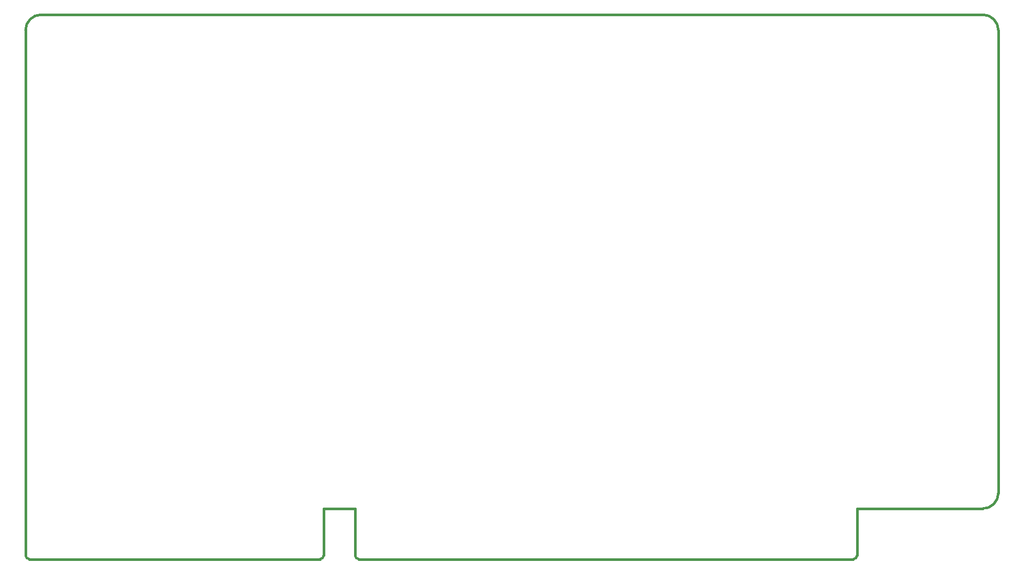
<source format=gbr>
G04 #@! TF.GenerationSoftware,KiCad,Pcbnew,(5.1.6)-1*
G04 #@! TF.CreationDate,2020-07-06T23:29:03+03:00*
G04 #@! TF.ProjectId,GD5434,47443534-3334-42e6-9b69-6361645f7063,rev?*
G04 #@! TF.SameCoordinates,Original*
G04 #@! TF.FileFunction,Profile,NP*
%FSLAX46Y46*%
G04 Gerber Fmt 4.6, Leading zero omitted, Abs format (unit mm)*
G04 Created by KiCad (PCBNEW (5.1.6)-1) date 2020-07-06 23:29:03*
%MOMM*%
%LPD*%
G01*
G04 APERTURE LIST*
G04 #@! TA.AperFunction,Profile*
%ADD10C,0.381000*%
G04 #@! TD*
G04 APERTURE END LIST*
D10*
X73675240Y-113670080D02*
G75*
G03*
X74310240Y-114305080I635000J0D01*
G01*
X73675740Y-28658820D02*
X73675740Y-113670080D01*
X121318520Y-114303740D02*
G75*
G03*
X121953520Y-113668740I0J635000D01*
G01*
X74310740Y-114305080D02*
X121318520Y-114303740D01*
X121953520Y-106123740D02*
X121953520Y-113668740D01*
X127025900Y-106123740D02*
X121953520Y-106123740D01*
X127025900Y-106123740D02*
X127025900Y-113670080D01*
X208305900Y-106125080D02*
X208305900Y-113670080D01*
X76213838Y-26111208D02*
X228625900Y-26111208D01*
X207670900Y-114305080D02*
G75*
G03*
X208305900Y-113670080I0J635000D01*
G01*
X127660900Y-114305080D02*
X207670900Y-114305080D01*
X231165900Y-28651208D02*
G75*
G03*
X228625900Y-26111208I-2540000J0D01*
G01*
X228625900Y-106125080D02*
X208305900Y-106125080D01*
X231165900Y-103585080D02*
X231165900Y-28651208D01*
X228625900Y-106125080D02*
G75*
G03*
X231165900Y-103585080I0J2540000D01*
G01*
X127025900Y-113670080D02*
G75*
G03*
X127660900Y-114305080I635000J0D01*
G01*
X76213838Y-26111209D02*
G75*
G03*
X73675740Y-28658820I6982J-2545071D01*
G01*
M02*

</source>
